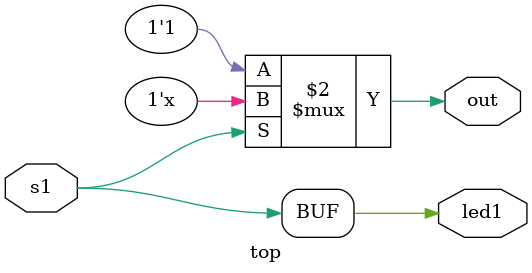
<source format=v>


/**
* This attempts to create an open-collector style output with a pullup.
**************************************************************************/
module top (
    input  wire     s1,
    output wire     led1,
    output wire     out
    );

    assign led1 = s1;               // LED will go on when press s1
    assign out = ~s1 ? 1'b1 : 1'bz; // tri-state when s1 is released

endmodule

</source>
